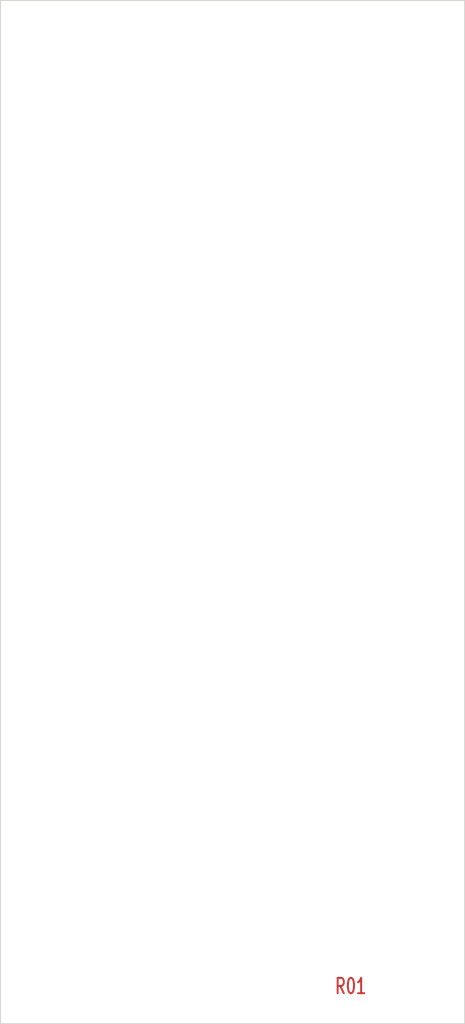
<source format=kicad_pcb>
(kicad_pcb (version 20171130) (host pcbnew 5.1.4-e60b266~84~ubuntu19.04.1)

  (general
    (thickness 1.6)
    (drawings 14)
    (tracks 0)
    (zones 0)
    (modules 12)
    (nets 1)
  )

  (page A4)
  (title_block
    (title Synthacon)
    (date 2019-09-22)
    (rev R01)
    (comment 1 "Panel PCB")
    (comment 2 "Original design by Ken Stone")
    (comment 4 "License CC BY 4.0 - Attribution 4.0 International")
  )

  (layers
    (0 F.Cu signal)
    (31 B.Cu signal)
    (32 B.Adhes user)
    (33 F.Adhes user)
    (34 B.Paste user)
    (35 F.Paste user)
    (36 B.SilkS user)
    (37 F.SilkS user)
    (38 B.Mask user)
    (39 F.Mask user)
    (40 Dwgs.User user hide)
    (41 Cmts.User user hide)
    (42 Eco1.User user hide)
    (43 Eco2.User user hide)
    (44 Edge.Cuts user)
    (45 Margin user)
    (46 B.CrtYd user)
    (47 F.CrtYd user)
    (48 B.Fab user)
    (49 F.Fab user)
  )

  (setup
    (last_trace_width 0.25)
    (trace_clearance 0.2)
    (zone_clearance 0.508)
    (zone_45_only no)
    (trace_min 0.2)
    (via_size 0.8)
    (via_drill 0.4)
    (via_min_size 0.4)
    (via_min_drill 0.3)
    (uvia_size 0.3)
    (uvia_drill 0.1)
    (uvias_allowed no)
    (uvia_min_size 0.2)
    (uvia_min_drill 0.1)
    (edge_width 0.05)
    (segment_width 0.2)
    (pcb_text_width 0.3)
    (pcb_text_size 1.5 1.5)
    (mod_edge_width 0.12)
    (mod_text_size 1 1)
    (mod_text_width 0.15)
    (pad_size 3.2 3.2)
    (pad_drill 3.2)
    (pad_to_mask_clearance 0.051)
    (solder_mask_min_width 0.25)
    (aux_axis_origin 0 0)
    (visible_elements FFFFFF7F)
    (pcbplotparams
      (layerselection 0x010fc_ffffffff)
      (usegerberextensions false)
      (usegerberattributes false)
      (usegerberadvancedattributes false)
      (creategerberjobfile false)
      (excludeedgelayer false)
      (linewidth 0.150000)
      (plotframeref false)
      (viasonmask false)
      (mode 1)
      (useauxorigin false)
      (hpglpennumber 1)
      (hpglpenspeed 20)
      (hpglpendiameter 15.000000)
      (psnegative false)
      (psa4output false)
      (plotreference true)
      (plotvalue true)
      (plotinvisibletext false)
      (padsonsilk false)
      (subtractmaskfromsilk false)
      (outputformat 1)
      (mirror false)
      (drillshape 0)
      (scaleselection 1)
      (outputdirectory "./gerbers"))
  )

  (net 0 "")

  (net_class Default "This is the default net class."
    (clearance 0.2)
    (trace_width 0.25)
    (via_dia 0.8)
    (via_drill 0.4)
    (uvia_dia 0.3)
    (uvia_drill 0.1)
  )

  (module MountingHole:MountingHole_3.2mm_M3 (layer F.Cu) (tedit 56D1B4CB) (tstamp 5D87413D)
    (at 78.62 153.8)
    (descr "Mounting Hole 3.2mm, no annular, M3")
    (tags "mounting hole 3.2mm no annular m3")
    (path /5D6C1F77)
    (attr virtual)
    (fp_text reference H5 (at 0 -4.2) (layer F.SilkS) hide
      (effects (font (size 1 1) (thickness 0.15)))
    )
    (fp_text value MountingHole (at 0 4.2) (layer F.Fab) hide
      (effects (font (size 1 1) (thickness 0.15)))
    )
    (fp_text user %R (at 0.3 0) (layer F.Fab)
      (effects (font (size 1 1) (thickness 0.15)))
    )
    (fp_circle (center 0 0) (end 3.2 0) (layer Cmts.User) (width 0.15))
    (fp_circle (center 0 0) (end 3.45 0) (layer F.CrtYd) (width 0.05))
    (pad 1 np_thru_hole circle (at 0 0) (size 3.2 3.2) (drill 3.2) (layers *.Cu *.Mask))
  )

  (module MountingHole:MountingHole_3.2mm_M3 (layer F.Cu) (tedit 56D1B4CB) (tstamp 5D87413D)
    (at 78.62 30.4)
    (descr "Mounting Hole 3.2mm, no annular, M3")
    (tags "mounting hole 3.2mm no annular m3")
    (path /5D6C1F77)
    (attr virtual)
    (fp_text reference H5 (at 0 -4.2) (layer F.SilkS) hide
      (effects (font (size 1 1) (thickness 0.15)))
    )
    (fp_text value MountingHole (at 0 4.2) (layer F.Fab) hide
      (effects (font (size 1 1) (thickness 0.15)))
    )
    (fp_text user %R (at 0.3 0) (layer F.Fab)
      (effects (font (size 1 1) (thickness 0.15)))
    )
    (fp_circle (center 0 0) (end 3.2 0) (layer Cmts.User) (width 0.15))
    (fp_circle (center 0 0) (end 3.45 0) (layer F.CrtYd) (width 0.05))
    (pad 1 np_thru_hole circle (at 0 0) (size 3.2 3.2) (drill 3.2) (layers *.Cu *.Mask))
  )

  (module elektrophon:panel_potentiometer (layer F.Cu) (tedit 5D6D74E4) (tstamp 5D862231)
    (at 35.56 50.8)
    (descr "Mounting Hole 8.4mm, no annular, M8")
    (tags "mounting hole 8.4mm no annular m8")
    (path /5D85D1C5)
    (attr virtual)
    (fp_text reference H12 (at 0 -9.4) (layer F.SilkS) hide
      (effects (font (size 1 1) (thickness 0.15)))
    )
    (fp_text value level (at 0 9.144) (layer F.Mask) hide
      (effects (font (size 2 1.4) (thickness 0.25)))
    )
    (fp_circle (center 0 0) (end 6.6 0) (layer F.CrtYd) (width 0.05))
    (fp_circle (center 0 0) (end 6.35 0) (layer Cmts.User) (width 0.15))
    (fp_text user %R (at 0.3 0) (layer F.Fab) hide
      (effects (font (size 1 1) (thickness 0.15)))
    )
    (pad "" np_thru_hole circle (at 0 0) (size 7.4 7.4) (drill 7.4) (layers *.Cu *.Mask))
  )

  (module elektrophon:panel_potentiometer (layer F.Cu) (tedit 5D6D74E4) (tstamp 5D6B46F4)
    (at 55.88 81.28)
    (descr "Mounting Hole 8.4mm, no annular, M8")
    (tags "mounting hole 8.4mm no annular m8")
    (path /5D6B1F22)
    (attr virtual)
    (fp_text reference H11 (at 0 -9.4) (layer F.SilkS) hide
      (effects (font (size 1 1) (thickness 0.15)))
    )
    (fp_text value resonance (at 0 9.144) (layer F.Mask) hide
      (effects (font (size 2 1.4) (thickness 0.25)))
    )
    (fp_circle (center 0 0) (end 6.6 0) (layer F.CrtYd) (width 0.05))
    (fp_circle (center 0 0) (end 6.35 0) (layer Cmts.User) (width 0.15))
    (fp_text user %R (at 0.3 0) (layer F.Fab) hide
      (effects (font (size 1 1) (thickness 0.15)))
    )
    (pad "" np_thru_hole circle (at 0 0) (size 7.4 7.4) (drill 7.4) (layers *.Cu *.Mask))
  )

  (module elektrophon:panel_jack (layer F.Cu) (tedit 5D6D74CB) (tstamp 5D6B46C7)
    (at 76.2 132.08)
    (descr "Mounting Hole 8.4mm, no annular, M8")
    (tags "mounting hole 8.4mm no annular m8")
    (path /5D6B1F16)
    (attr virtual)
    (fp_text reference H9 (at 0 -9.4) (layer F.SilkS) hide
      (effects (font (size 1 1) (thickness 0.15)))
    )
    (fp_text value OUT (at 0 9.144) (layer F.Mask) hide
      (effects (font (size 2 1.4) (thickness 0.25)))
    )
    (fp_circle (center 0 0) (end 4.2 0) (layer F.CrtYd) (width 0.05))
    (fp_circle (center 0 0) (end 4 0) (layer Cmts.User) (width 0.15))
    (fp_text user %R (at 0.3 0) (layer F.Fab) hide
      (effects (font (size 1 1) (thickness 0.15)))
    )
    (pad "" np_thru_hole circle (at 0 0) (size 6.4 6.4) (drill 6.4) (layers *.Cu *.Mask))
  )

  (module elektrophon:panel_jack (layer F.Cu) (tedit 5D6D74CB) (tstamp 5D6B46E0)
    (at 35.56 132.08)
    (descr "Mounting Hole 8.4mm, no annular, M8")
    (tags "mounting hole 8.4mm no annular m8")
    (path /5D6B4FC0)
    (attr virtual)
    (fp_text reference H4 (at 0 -9.4) (layer F.SilkS) hide
      (effects (font (size 1 1) (thickness 0.15)))
    )
    (fp_text value CV (at 0 9.144) (layer F.Mask) hide
      (effects (font (size 2 1.4) (thickness 0.25)))
    )
    (fp_circle (center 0 0) (end 4.2 0) (layer F.CrtYd) (width 0.05))
    (fp_circle (center 0 0) (end 4 0) (layer Cmts.User) (width 0.15))
    (fp_text user %R (at 0.3 0) (layer F.Fab) hide
      (effects (font (size 1 1) (thickness 0.15)))
    )
    (pad "" np_thru_hole circle (at 0 0) (size 6.4 6.4) (drill 6.4) (layers *.Cu *.Mask))
  )

  (module elektrophon:panel_jack (layer F.Cu) (tedit 5D6D74CB) (tstamp 5D6B46CC)
    (at 55.88 111.76)
    (descr "Mounting Hole 8.4mm, no annular, M8")
    (tags "mounting hole 8.4mm no annular m8")
    (path /5D6B4FBA)
    (attr virtual)
    (fp_text reference H3 (at 0 -9.4) (layer F.SilkS) hide
      (effects (font (size 1 1) (thickness 0.15)))
    )
    (fp_text value BP (at 0 9.144) (layer F.Mask) hide
      (effects (font (size 2 1.4) (thickness 0.25)))
    )
    (fp_circle (center 0 0) (end 4.2 0) (layer F.CrtYd) (width 0.05))
    (fp_circle (center 0 0) (end 4 0) (layer Cmts.User) (width 0.15))
    (fp_text user %R (at 0.3 0) (layer F.Fab)
      (effects (font (size 1 1) (thickness 0.15)))
    )
    (pad "" np_thru_hole circle (at 0 0) (size 6.4 6.4) (drill 6.4) (layers *.Cu *.Mask))
  )

  (module elektrophon:panel_potentiometer (layer F.Cu) (tedit 5D6D74E4) (tstamp 5D6B46DB)
    (at 76.2 50.8)
    (descr "Mounting Hole 8.4mm, no annular, M8")
    (tags "mounting hole 8.4mm no annular m8")
    (path /5D6B1F1C)
    (attr virtual)
    (fp_text reference H10 (at 0 -9.4) (layer F.SilkS) hide
      (effects (font (size 1 1) (thickness 0.15)))
    )
    (fp_text value freq (at 0 9.144) (layer F.Mask) hide
      (effects (font (size 2 1.4) (thickness 0.25)))
    )
    (fp_circle (center 0 0) (end 6.6 0) (layer F.CrtYd) (width 0.05))
    (fp_circle (center 0 0) (end 6.35 0) (layer Cmts.User) (width 0.15))
    (fp_text user %R (at 0.3 0) (layer F.Fab) hide
      (effects (font (size 1 1) (thickness 0.15)))
    )
    (pad "" np_thru_hole circle (at 0 0) (size 7.4 7.4) (drill 7.4) (layers *.Cu *.Mask))
  )

  (module elektrophon:panel_jack (layer F.Cu) (tedit 5D6D74CB) (tstamp 5D6B46B8)
    (at 76.2 111.76)
    (descr "Mounting Hole 8.4mm, no annular, M8")
    (tags "mounting hole 8.4mm no annular m8")
    (path /5D6B4FB4)
    (attr virtual)
    (fp_text reference H2 (at 0 -9.4) (layer F.SilkS) hide
      (effects (font (size 1 1) (thickness 0.15)))
    )
    (fp_text value HP (at 0 9.144) (layer F.Mask) hide
      (effects (font (size 2 1.4) (thickness 0.25)))
    )
    (fp_circle (center 0 0) (end 4.2 0) (layer F.CrtYd) (width 0.05))
    (fp_circle (center 0 0) (end 4 0) (layer Cmts.User) (width 0.15))
    (fp_text user %R (at 0.3 0) (layer F.Fab) hide
      (effects (font (size 1 1) (thickness 0.15)))
    )
    (pad "" np_thru_hole circle (at 0 0) (size 6.4 6.4) (drill 6.4) (layers *.Cu *.Mask))
  )

  (module elektrophon:panel_jack (layer F.Cu) (tedit 5D6D74CB) (tstamp 5D6B46B3)
    (at 35.56 111.76)
    (descr "Mounting Hole 8.4mm, no annular, M8")
    (tags "mounting hole 8.4mm no annular m8")
    (path /5D6B1F10)
    (attr virtual)
    (fp_text reference H1 (at 0 -9.4) (layer F.SilkS) hide
      (effects (font (size 1 1) (thickness 0.15)))
    )
    (fp_text value LP (at 0 9.144) (layer F.Mask) hide
      (effects (font (size 2 1.4) (thickness 0.25)))
    )
    (fp_circle (center 0 0) (end 4.2 0) (layer F.CrtYd) (width 0.05))
    (fp_circle (center 0 0) (end 4 0) (layer Cmts.User) (width 0.15))
    (fp_text user %R (at 0.3 0) (layer F.Fab) hide
      (effects (font (size 1 1) (thickness 0.15)))
    )
    (pad "" np_thru_hole circle (at 0 0) (size 6.4 6.4) (drill 6.4) (layers *.Cu *.Mask))
  )

  (module MountingHole:MountingHole_3.2mm_M3 (layer F.Cu) (tedit 56D1B4CB) (tstamp 5D6C7179)
    (at 32.9 153.8)
    (descr "Mounting Hole 3.2mm, no annular, M3")
    (tags "mounting hole 3.2mm no annular m3")
    (path /5D6C2167)
    (attr virtual)
    (fp_text reference H6 (at 0 -4.2) (layer F.SilkS) hide
      (effects (font (size 1 1) (thickness 0.15)))
    )
    (fp_text value MountingHole (at 0 4.2) (layer F.Fab) hide
      (effects (font (size 1 1) (thickness 0.15)))
    )
    (fp_circle (center 0 0) (end 3.45 0) (layer F.CrtYd) (width 0.05))
    (fp_circle (center 0 0) (end 3.2 0) (layer Cmts.User) (width 0.15))
    (fp_text user %R (at 0.3 0) (layer F.Fab)
      (effects (font (size 1 1) (thickness 0.15)))
    )
    (pad 1 np_thru_hole circle (at 0 0) (size 3.2 3.2) (drill 3.2) (layers *.Cu *.Mask))
  )

  (module MountingHole:MountingHole_3.2mm_M3 (layer F.Cu) (tedit 56D1B4CB) (tstamp 5D6C7171)
    (at 32.9 30.4)
    (descr "Mounting Hole 3.2mm, no annular, M3")
    (tags "mounting hole 3.2mm no annular m3")
    (path /5D6C1F77)
    (attr virtual)
    (fp_text reference H5 (at 0 -4.2) (layer F.SilkS) hide
      (effects (font (size 1 1) (thickness 0.15)))
    )
    (fp_text value MountingHole (at 0 4.2) (layer F.Fab) hide
      (effects (font (size 1 1) (thickness 0.15)))
    )
    (fp_circle (center 0 0) (end 3.45 0) (layer F.CrtYd) (width 0.05))
    (fp_circle (center 0 0) (end 3.2 0) (layer Cmts.User) (width 0.15))
    (fp_text user %R (at 0.3 0) (layer F.Fab)
      (effects (font (size 1 1) (thickness 0.15)))
    )
    (pad 1 np_thru_hole circle (at 0 0) (size 3.2 3.2) (drill 3.2) (layers *.Cu *.Mask))
  )

  (gr_text cv (at 35.61 141.2) (layer F.Mask) (tstamp 5D86A25B)
    (effects (font (size 2 1.4) (thickness 0.25)))
  )
  (gr_text out (at 76.08 141.25) (layer F.Mask) (tstamp 5D86A25B)
    (effects (font (size 2 1.4) (thickness 0.25)))
  )
  (gr_text hp (at 76.27 120.89) (layer F.Mask) (tstamp 5D86A25B)
    (effects (font (size 2 1.4) (thickness 0.25)))
  )
  (gr_text bp (at 56.08 120.88) (layer F.Mask) (tstamp 5D86A25B)
    (effects (font (size 2 1.4) (thickness 0.25)))
  )
  (gr_text lp (at 35.62 120.9) (layer F.Mask) (tstamp 5D86A25B)
    (effects (font (size 2 1.4) (thickness 0.25)))
  )
  (gr_text resonance (at 55.87 91.44) (layer F.Mask) (tstamp 5D86A25B)
    (effects (font (size 2 1.4) (thickness 0.25)))
  )
  (gr_text freq (at 76.19 59.96) (layer F.Mask) (tstamp 5D86A234)
    (effects (font (size 2 1.4) (thickness 0.25)))
  )
  (gr_text level (at 35.59 59.95) (layer F.Mask)
    (effects (font (size 2 1.4) (thickness 0.25)))
  )
  (gr_text R01 (at 71.12 153.92) (layer F.Cu)
    (effects (font (size 2 1.4) (thickness 0.25)))
  )
  (gr_text synthacon (at 55.88 30.48) (layer F.Mask)
    (effects (font (size 3 3) (thickness 0.35)))
  )
  (gr_line (start 86 158.8) (end 25.4 158.8) (layer Edge.Cuts) (width 0.12))
  (gr_line (start 86 25.4) (end 86 158.8) (layer Edge.Cuts) (width 0.12))
  (gr_line (start 25.4 25.4) (end 25.4 158.8) (layer Edge.Cuts) (width 0.12))
  (gr_line (start 25.4 25.4) (end 86 25.4) (layer Edge.Cuts) (width 0.12))

)

</source>
